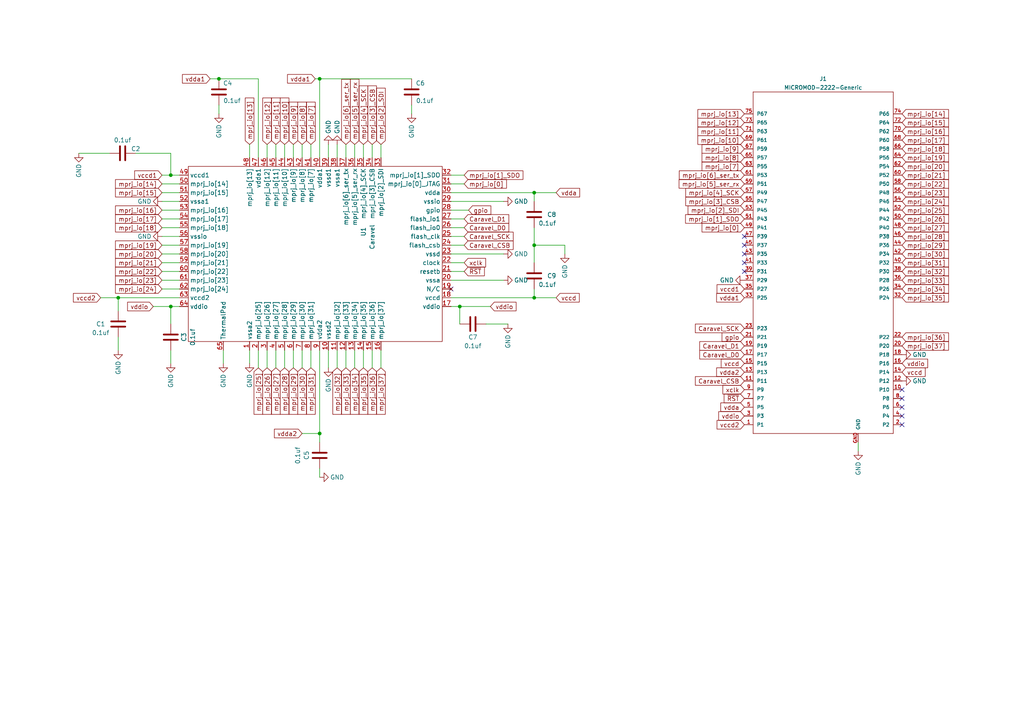
<source format=kicad_sch>
(kicad_sch (version 20231120) (generator "eeschema") (generator_version "8.0")
  (paper "A4")
  (lib_symbols
    (symbol "Caravel_board:Caravel"
      (property "Reference" "U" (at 0 0 0))
      (property "Value" "Caravel" (at 0 0 0))
      (symbol "Caravel_0_1"
        (rectangle (start -26.67 40.64) (end 24.13 -33.02))
      )
      (symbol "Caravel_1_1"
        (pin power_in line (at -29.21 22.86 0) (length 2.54) (name "vssa2") (number "1"))
        (pin power_in line (at -29.21 0 0) (length 2.54) (name "vssd2") (number "10"))
        (pin bidirectional line (at -29.21 -2.54 0) (length 2.54) (name "mprj_io[32]") (number "11"))
        (pin bidirectional line (at -29.21 -5.08 0) (length 2.54) (name "mprj_io[33]") (number "12"))
        (pin bidirectional line (at -29.21 -7.62 0) (length 2.54) (name "mprj_io[34]") (number "13"))
        (pin bidirectional line (at -29.21 -10.16 0) (length 2.54) (name "mprj_io[35]") (number "14"))
        (pin bidirectional line (at -29.21 -12.7 0) (length 2.54) (name "mprj_io[36]") (number "15"))
        (pin bidirectional line (at -29.21 -15.24 0) (length 2.54) (name "mprj_io[37]") (number "16"))
        (pin power_in line (at -16.51 -35.56 90) (length 2.54) (name "vddio") (number "17"))
        (pin power_in line (at -13.97 -35.56 90) (length 2.54) (name "vccd") (number "18"))
        (pin no_connect line (at -11.43 -35.56 90) (length 2.54) (name "N/C") (number "19"))
        (pin bidirectional line (at -29.21 20.32 0) (length 2.54) (name "mprj_io[25]") (number "2"))
        (pin power_in line (at -8.89 -35.56 90) (length 2.54) (name "vssa") (number "20"))
        (pin input line (at -6.35 -35.56 90) (length 2.54) (name "resetb") (number "21"))
        (pin input line (at -3.81 -35.56 90) (length 2.54) (name "clock") (number "22"))
        (pin power_in line (at -1.27 -35.56 90) (length 2.54) (name "vssd") (number "23"))
        (pin output line (at 1.27 -35.56 90) (length 2.54) (name "flash_csb") (number "24"))
        (pin output line (at 3.81 -35.56 90) (length 2.54) (name "flash_clk") (number "25"))
        (pin bidirectional line (at 6.35 -35.56 90) (length 2.54) (name "flash_io0") (number "26"))
        (pin bidirectional line (at 8.89 -35.56 90) (length 2.54) (name "flash_io1") (number "27"))
        (pin bidirectional line (at 11.43 -35.56 90) (length 2.54) (name "gpio") (number "28"))
        (pin power_in line (at 13.97 -35.56 90) (length 2.54) (name "vssio") (number "29"))
        (pin bidirectional line (at -29.21 17.78 0) (length 2.54) (name "mprj_io[26]") (number "3"))
        (pin power_in line (at 16.51 -35.56 90) (length 2.54) (name "vdda") (number "30"))
        (pin bidirectional line (at 19.05 -35.56 90) (length 2.54) (name "mprj_io[0]_JTAG") (number "31"))
        (pin bidirectional line (at 21.59 -35.56 90) (length 2.54) (name "mprj_io[1]_SDO") (number "32"))
        (pin bidirectional line (at 26.67 -15.24 180) (length 2.54) (name "mprj_io[2]_SDI") (number "33"))
        (pin bidirectional line (at 26.67 -12.7 180) (length 2.54) (name "mprj_io[3]_CSB") (number "34"))
        (pin bidirectional line (at 26.67 -10.16 180) (length 2.54) (name "mprj_io[4]_SCK") (number "35"))
        (pin bidirectional line (at 26.67 -7.62 180) (length 2.54) (name "mprj_io[5]_ser_rx") (number "36"))
        (pin bidirectional line (at 26.67 -5.08 180) (length 2.54) (name "mprj_io[6]_ser_tx") (number "37"))
        (pin power_in line (at 26.67 -2.54 180) (length 2.54) (name "vssa1") (number "38"))
        (pin power_in line (at 26.67 0 180) (length 2.54) (name "vssd1") (number "39"))
        (pin bidirectional line (at -29.21 15.24 0) (length 2.54) (name "mprj_io[27]") (number "4"))
        (pin power_in line (at 26.67 2.54 180) (length 2.54) (name "vdda1") (number "40"))
        (pin bidirectional line (at 26.67 5.08 180) (length 2.54) (name "mprj_io[7]") (number "41"))
        (pin bidirectional line (at 26.67 7.62 180) (length 2.54) (name "mprj_io[8]") (number "42"))
        (pin bidirectional line (at 26.67 10.16 180) (length 2.54) (name "mprj_io[9]") (number "43"))
        (pin bidirectional line (at 26.67 12.7 180) (length 2.54) (name "mprj_io[10]") (number "44"))
        (pin bidirectional line (at 26.67 15.24 180) (length 2.54) (name "mprj_io[11]") (number "45"))
        (pin bidirectional line (at 26.67 17.78 180) (length 2.54) (name "mprj_io[12]") (number "46"))
        (pin power_in line (at 26.67 20.32 180) (length 2.54) (name "vdda1") (number "47"))
        (pin bidirectional line (at 26.67 22.86 180) (length 2.54) (name "mprj_io[13]") (number "48"))
        (pin power_in line (at 21.59 43.18 270) (length 2.54) (name "vccd1") (number "49"))
        (pin bidirectional line (at -29.21 12.7 0) (length 2.54) (name "mprj_io[28]") (number "5"))
        (pin bidirectional line (at 19.05 43.18 270) (length 2.54) (name "mprj_io[14]") (number "50"))
        (pin bidirectional line (at 16.51 43.18 270) (length 2.54) (name "mprj_io[15]") (number "51"))
        (pin power_in line (at 13.97 43.18 270) (length 2.54) (name "vssa1") (number "52"))
        (pin bidirectional line (at 11.43 43.18 270) (length 2.54) (name "mprj_io[16]") (number "53"))
        (pin bidirectional line (at 8.89 43.18 270) (length 2.54) (name "mprj_io[17]") (number "54"))
        (pin bidirectional line (at 6.35 43.18 270) (length 2.54) (name "mprj_io[18]") (number "55"))
        (pin power_in line (at 3.81 43.18 270) (length 2.54) (name "vssio") (number "56"))
        (pin bidirectional line (at 1.27 43.18 270) (length 2.54) (name "mprj_io[19]") (number "57"))
        (pin bidirectional line (at -1.27 43.18 270) (length 2.54) (name "mprj_io[20]") (number "58"))
        (pin bidirectional line (at -3.81 43.18 270) (length 2.54) (name "mprj_io[21]") (number "59"))
        (pin bidirectional line (at -29.21 10.16 0) (length 2.54) (name "mprj_io[29]") (number "6"))
        (pin bidirectional line (at -6.35 43.18 270) (length 2.54) (name "mprj_io[22]") (number "60"))
        (pin bidirectional line (at -8.89 43.18 270) (length 2.54) (name "mprj_io[23]") (number "61"))
        (pin bidirectional line (at -11.43 43.18 270) (length 2.54) (name "mprj_io[24]") (number "62"))
        (pin power_in line (at -13.97 43.18 270) (length 2.54) (name "vccd2") (number "63"))
        (pin power_in line (at -16.51 43.18 270) (length 2.54) (name "vddio") (number "64"))
        (pin power_in line (at -29.21 30.48 0) (length 2.54) (name "ThermalPad") (number "65"))
        (pin bidirectional line (at -29.21 7.62 0) (length 2.54) (name "mprj_io[30]") (number "7"))
        (pin bidirectional line (at -29.21 5.08 0) (length 2.54) (name "mprj_io[31]") (number "8"))
        (pin power_in line (at -29.21 2.54 0) (length 2.54) (name "vdda2") (number "9"))
      )
    )
    (symbol "Device:C" (pin_numbers hide) (pin_names (offset 0.254))
      (property "Reference" "C" (at 0.635 2.54 0))
      (property "Value" "C" (at 0.635 -2.54 0))
      (symbol "C_0_1"
        (polyline (pts (xy -2.032 -0.762) (xy 2.032 -0.762)) (stroke (width 0.508)))
        (polyline (pts (xy -2.032 0.762) (xy 2.032 0.762)) (stroke (width 0.508)))
      )
      (symbol "C_1_1"
        (pin passive line (at 0 3.81 270) (length 2.794) (name "~") (number "1"))
        (pin passive line (at 0 -3.81 90) (length 2.794) (name "~") (number "2"))
      )
    )
    (symbol "MicroMod-Sparkfun:MICROMOD-2222-Generic" (pin_names (offset 1.016))
      (property "Reference" "J" (at -20.32 53.848 0))
      (property "Value" "MICROMOD-2222-Generic" (at -20.32 -48.26 0))
      (symbol "MICROMOD-2222-Generic_1_0"
        (polyline (pts (xy -20.32 -45.72) (xy -20.32 53.34)))
        (polyline (pts (xy -20.32 53.34) (xy 20.32 53.34)))
        (polyline (pts (xy 20.32 -45.72) (xy -20.32 -45.72)))
        (polyline (pts (xy 20.32 53.34) (xy 20.32 -45.72)))
      )
      (symbol "MICROMOD-2222-Generic_1_1"
        (pin bidirectional line (at -22.86 -43.18 0) (length 2.54) (name "P1") (number "1"))
        (pin bidirectional line (at 22.86 -33.02 180) (length 2.54) (name "P10") (number "10"))
        (pin bidirectional line (at -22.86 -30.48 0) (length 2.54) (name "P11") (number "11"))
        (pin bidirectional line (at 22.86 -30.48 180) (length 2.54) (name "P12") (number "12"))
        (pin bidirectional line (at -22.86 -27.94 0) (length 2.54) (name "P13") (number "13"))
        (pin bidirectional line (at 22.86 -27.94 180) (length 2.54) (name "P14") (number "14"))
        (pin bidirectional line (at -22.86 -25.4 0) (length 2.54) (name "P15") (number "15"))
        (pin bidirectional line (at 22.86 -25.4 180) (length 2.54) (name "P16") (number "16"))
        (pin bidirectional line (at -22.86 -22.86 0) (length 2.54) (name "P17") (number "17"))
        (pin bidirectional line (at 22.86 -22.86 180) (length 2.54) (name "P18") (number "18"))
        (pin bidirectional line (at -22.86 -20.32 0) (length 2.54) (name "P19") (number "19"))
        (pin bidirectional line (at 22.86 -43.18 180) (length 2.54) (name "P2") (number "2"))
        (pin bidirectional line (at 22.86 -20.32 180) (length 2.54) (name "P20") (number "20"))
        (pin bidirectional line (at -22.86 -17.78 0) (length 2.54) (name "P21") (number "21"))
        (pin bidirectional line (at 22.86 -17.78 180) (length 2.54) (name "P22") (number "22"))
        (pin bidirectional line (at -22.86 -15.24 0) (length 2.54) (name "P23") (number "23"))
        (pin bidirectional line (at -22.86 -40.64 0) (length 2.54) (name "P3") (number "3"))
        (pin bidirectional line (at 22.86 -6.35 180) (length 2.54) (name "P24") (number "32"))
        (pin bidirectional line (at -22.86 -6.35 0) (length 2.54) (name "P25") (number "33"))
        (pin bidirectional line (at 22.86 -3.81 180) (length 2.54) (name "P26") (number "34"))
        (pin bidirectional line (at -22.86 -3.81 0) (length 2.54) (name "P27") (number "35"))
        (pin bidirectional line (at 22.86 -1.27 180) (length 2.54) (name "P28") (number "36"))
        (pin bidirectional line (at -22.86 -1.27 0) (length 2.54) (name "P29") (number "37"))
        (pin bidirectional line (at 22.86 1.27 180) (length 2.54) (name "P30") (number "38"))
        (pin bidirectional line (at -22.86 1.27 0) (length 2.54) (name "P31") (number "39"))
        (pin bidirectional line (at 22.86 -40.64 180) (length 2.54) (name "P4") (number "4"))
        (pin bidirectional line (at 22.86 3.81 180) (length 2.54) (name "P32") (number "40"))
        (pin bidirectional line (at -22.86 3.81 0) (length 2.54) (name "P33") (number "41"))
        (pin bidirectional line (at 22.86 6.35 180) (length 2.54) (name "P34") (number "42"))
        (pin bidirectional line (at -22.86 6.35 0) (length 2.54) (name "P35") (number "43"))
        (pin bidirectional line (at 22.86 8.89 180) (length 2.54) (name "P36") (number "44"))
        (pin bidirectional line (at -22.86 8.89 0) (length 2.54) (name "P37") (number "45"))
        (pin bidirectional line (at 22.86 11.43 180) (length 2.54) (name "P38") (number "46"))
        (pin bidirectional line (at -22.86 11.43 0) (length 2.54) (name "P39") (number "47"))
        (pin bidirectional line (at 22.86 13.97 180) (length 2.54) (name "P40") (number "48"))
        (pin bidirectional line (at -22.86 13.97 0) (length 2.54) (name "P41") (number "49"))
        (pin bidirectional line (at -22.86 -38.1 0) (length 2.54) (name "P5") (number "5"))
        (pin bidirectional line (at 22.86 16.51 180) (length 2.54) (name "P42") (number "50"))
        (pin bidirectional line (at -22.86 16.51 0) (length 2.54) (name "P43") (number "51"))
        (pin bidirectional line (at 22.86 19.05 180) (length 2.54) (name "P44") (number "52"))
        (pin bidirectional line (at -22.86 19.05 0) (length 2.54) (name "P45") (number "53"))
        (pin bidirectional line (at 22.86 21.59 180) (length 2.54) (name "P46") (number "54"))
        (pin bidirectional line (at -22.86 21.59 0) (length 2.54) (name "P47") (number "55"))
        (pin bidirectional line (at 22.86 24.13 180) (length 2.54) (name "P48") (number "56"))
        (pin bidirectional line (at -22.86 24.13 0) (length 2.54) (name "P49") (number "57"))
        (pin bidirectional line (at 22.86 26.67 180) (length 2.54) (name "P50") (number "58"))
        (pin bidirectional line (at -22.86 26.67 0) (length 2.54) (name "P51") (number "59"))
        (pin bidirectional line (at 22.86 -38.1 180) (length 2.54) (name "P6") (number "6"))
        (pin bidirectional line (at 22.86 29.21 180) (length 2.54) (name "P52") (number "60"))
        (pin bidirectional line (at -22.86 29.21 0) (length 2.54) (name "P53") (number "61"))
        (pin bidirectional line (at 22.86 31.75 180) (length 2.54) (name "P54") (number "62"))
        (pin bidirectional line (at -22.86 31.75 0) (length 2.54) (name "P55") (number "63"))
        (pin bidirectional line (at 22.86 34.29 180) (length 2.54) (name "P56") (number "64"))
        (pin bidirectional line (at -22.86 34.29 0) (length 2.54) (name "P57") (number "65"))
        (pin bidirectional line (at 22.86 36.83 180) (length 2.54) (name "P58") (number "66"))
        (pin bidirectional line (at -22.86 36.83 0) (length 2.54) (name "P59") (number "67"))
        (pin bidirectional line (at 22.86 39.37 180) (length 2.54) (name "P60") (number "68"))
        (pin bidirectional line (at -22.86 39.37 0) (length 2.54) (name "P61") (number "69"))
        (pin bidirectional line (at -22.86 -35.56 0) (length 2.54) (name "P7") (number "7"))
        (pin bidirectional line (at 22.86 41.91 180) (length 2.54) (name "P62") (number "70"))
        (pin bidirectional line (at -22.86 41.91 0) (length 2.54) (name "P63") (number "71"))
        (pin bidirectional line (at 22.86 44.45 180) (length 2.54) (name "P64") (number "72"))
        (pin bidirectional line (at -22.86 44.45 0) (length 2.54) (name "P65") (number "73"))
        (pin bidirectional line (at 22.86 46.99 180) (length 2.54) (name "P66") (number "74"))
        (pin bidirectional line (at -22.86 46.99 0) (length 2.54) (name "P67") (number "75"))
        (pin bidirectional line (at 22.86 -35.56 180) (length 2.54) (name "P8") (number "8"))
        (pin bidirectional line (at -22.86 -33.02 0) (length 2.54) (name "P9") (number "9"))
        (pin bidirectional line (at 10.16 -48.26 90) (length 2.54) (name "GND") (number "GND"))
      )
    )
    (symbol "power:GND" (power) (pin_names (offset 0))
      (property "Value" "GND" (at 0 -3.81 0))
      (symbol "GND_0_1"
        (polyline (pts (xy 0 0) (xy 0 -1.27) (xy 1.27 -1.27) (xy 0 -2.54) (xy -1.27 -1.27) (xy 0 -1.27)))
      )
      (symbol "GND_1_1"
        (pin power_in line (at 0 0 270) (length 0) hide (name "GND") (number "1"))
      )
    )
  )
  (junction (at 154.94 86.36))
  (junction (at 63.5 22.86))
  (junction (at 49.53 50.8))
  (junction (at 154.94 55.88))
  (junction (at 34.29 86.36))
  (junction (at 133.35 88.9))
  (junction (at 92.71 125.73))
  (junction (at 154.94 71.12))
  (junction (at 92.71 22.86))
  (junction (at 49.53 88.9))
  (no_connect (at 215.9 78.74))
  (no_connect (at 215.9 76.2))
  (no_connect (at 215.9 68.58))
  (no_connect (at 261.62 113.03))
  (no_connect (at 261.62 120.65))
  (no_connect (at 215.9 71.12))
  (no_connect (at 215.9 73.66))
  (no_connect (at 130.81 83.82))
  (no_connect (at 261.62 115.57))
  (no_connect (at 261.62 118.11))
  (no_connect (at 261.62 123.19))
  (wire (pts (xy 119.38 33.02) (xy 119.38 30.48)))
  (wire (pts (xy 248.92 128.27) (xy 248.92 130.81)))
  (wire (pts (xy 34.29 86.36) (xy 34.29 90.17)))
  (wire (pts (xy 49.53 88.9) (xy 49.53 93.98)))
  (wire (pts (xy 52.07 73.66) (xy 46.99 73.66)))
  (wire (pts (xy 49.53 44.45) (xy 39.37 44.45)))
  (wire (pts (xy 97.79 106.68) (xy 97.79 101.6)))
  (wire (pts (xy 34.29 97.79) (xy 34.29 101.6)))
  (wire (pts (xy 34.29 86.36) (xy 52.07 86.36)))
  (wire (pts (xy 52.07 71.12) (xy 46.99 71.12)))
  (wire (pts (xy 134.62 68.58) (xy 130.81 68.58)))
  (wire (pts (xy 146.05 58.42) (xy 130.81 58.42)))
  (wire (pts (xy 134.62 53.34) (xy 130.81 53.34)))
  (wire (pts (xy 90.17 106.68) (xy 90.17 101.6)))
  (wire (pts (xy 92.71 101.6) (xy 92.71 125.73)))
  (wire (pts (xy 133.35 88.9) (xy 142.24 88.9)))
  (wire (pts (xy 134.62 78.74) (xy 130.81 78.74)))
  (wire (pts (xy 100.33 41.91) (xy 100.33 45.72)))
  (wire (pts (xy 87.63 106.68) (xy 87.63 101.6)))
  (wire (pts (xy 49.53 50.8) (xy 52.07 50.8)))
  (wire (pts (xy 22.86 44.45) (xy 31.75 44.45)))
  (wire (pts (xy 82.55 106.68) (xy 82.55 101.6)))
  (wire (pts (xy 49.53 50.8) (xy 49.53 44.45)))
  (wire (pts (xy 107.95 41.91) (xy 107.95 45.72)))
  (wire (pts (xy 161.29 55.88) (xy 154.94 55.88)))
  (wire (pts (xy 92.71 22.86) (xy 92.71 45.72)))
  (wire (pts (xy 92.71 125.73) (xy 87.63 125.73)))
  (wire (pts (xy 146.05 81.28) (xy 130.81 81.28)))
  (wire (pts (xy 97.79 41.91) (xy 97.79 45.72)))
  (wire (pts (xy 46.99 55.88) (xy 52.07 55.88)))
  (wire (pts (xy 133.35 88.9) (xy 133.35 93.98)))
  (wire (pts (xy 134.62 50.8) (xy 130.81 50.8)))
  (wire (pts (xy 146.05 73.66) (xy 130.81 73.66)))
  (wire (pts (xy 52.07 81.28) (xy 46.99 81.28)))
  (wire (pts (xy 134.62 71.12) (xy 130.81 71.12)))
  (wire (pts (xy 85.09 41.91) (xy 85.09 45.72)))
  (wire (pts (xy 95.25 101.6) (xy 95.25 106.68)))
  (wire (pts (xy 46.99 68.58) (xy 52.07 68.58)))
  (wire (pts (xy 95.25 45.72) (xy 95.25 41.91)))
  (wire (pts (xy 110.49 45.72) (xy 110.49 41.91)))
  (wire (pts (xy 161.29 86.36) (xy 154.94 86.36)))
  (wire (pts (xy 74.93 22.86) (xy 63.5 22.86)))
  (wire (pts (xy 163.83 71.12) (xy 163.83 73.66)))
  (wire (pts (xy 49.53 88.9) (xy 52.07 88.9)))
  (wire (pts (xy 64.77 101.6) (xy 64.77 105.41)))
  (wire (pts (xy 52.07 83.82) (xy 46.99 83.82)))
  (wire (pts (xy 154.94 83.82) (xy 154.94 86.36)))
  (wire (pts (xy 130.81 55.88) (xy 154.94 55.88)))
  (wire (pts (xy 154.94 71.12) (xy 154.94 76.2)))
  (wire (pts (xy 92.71 128.27) (xy 92.71 125.73)))
  (wire (pts (xy 82.55 41.91) (xy 82.55 45.72)))
  (wire (pts (xy 52.07 78.74) (xy 46.99 78.74)))
  (wire (pts (xy 52.07 53.34) (xy 46.99 53.34)))
  (wire (pts (xy 92.71 22.86) (xy 91.44 22.86)))
  (wire (pts (xy 49.53 101.6) (xy 49.53 105.41)))
  (wire (pts (xy 72.39 41.91) (xy 72.39 45.72)))
  (wire (pts (xy 80.01 106.68) (xy 80.01 101.6)))
  (wire (pts (xy 92.71 22.86) (xy 119.38 22.86)))
  (wire (pts (xy 52.07 76.2) (xy 46.99 76.2)))
  (wire (pts (xy 147.32 93.98) (xy 140.97 93.98)))
  (wire (pts (xy 52.07 66.04) (xy 46.99 66.04)))
  (wire (pts (xy 34.29 86.36) (xy 29.21 86.36)))
  (wire (pts (xy 107.95 106.68) (xy 107.95 101.6)))
  (wire (pts (xy 74.93 106.68) (xy 74.93 101.6)))
  (wire (pts (xy 105.41 106.68) (xy 105.41 101.6)))
  (wire (pts (xy 92.71 135.89) (xy 92.71 138.43)))
  (wire (pts (xy 46.99 50.8) (xy 49.53 50.8)))
  (wire (pts (xy 85.09 106.68) (xy 85.09 101.6)))
  (wire (pts (xy 72.39 101.6) (xy 72.39 105.41)))
  (wire (pts (xy 87.63 41.91) (xy 87.63 45.72)))
  (wire (pts (xy 133.35 88.9) (xy 130.81 88.9)))
  (wire (pts (xy 105.41 41.91) (xy 105.41 45.72)))
  (wire (pts (xy 102.87 106.68) (xy 102.87 101.6)))
  (wire (pts (xy 134.62 66.04) (xy 130.81 66.04)))
  (wire (pts (xy 90.17 41.91) (xy 90.17 45.72)))
  (wire (pts (xy 52.07 63.5) (xy 46.99 63.5)))
  (wire (pts (xy 63.5 33.02) (xy 63.5 30.48)))
  (wire (pts (xy 110.49 106.68) (xy 110.49 101.6)))
  (wire (pts (xy 63.5 22.86) (xy 60.96 22.86)))
  (wire (pts (xy 80.01 41.91) (xy 80.01 45.72)))
  (wire (pts (xy 134.62 63.5) (xy 130.81 63.5)))
  (wire (pts (xy 44.45 88.9) (xy 49.53 88.9)))
  (wire (pts (xy 77.47 41.91) (xy 77.47 45.72)))
  (wire (pts (xy 154.94 71.12) (xy 163.83 71.12)))
  (wire (pts (xy 154.94 66.04) (xy 154.94 71.12)))
  (wire (pts (xy 46.99 58.42) (xy 52.07 58.42)))
  (wire (pts (xy 154.94 86.36) (xy 130.81 86.36)))
  (wire (pts (xy 135.89 60.96) (xy 130.81 60.96)))
  (wire (pts (xy 52.07 60.96) (xy 46.99 60.96)))
  (wire (pts (xy 77.47 106.68) (xy 77.47 101.6)))
  (wire (pts (xy 100.33 106.68) (xy 100.33 101.6)))
  (wire (pts (xy 74.93 45.72) (xy 74.93 22.86)))
  (wire (pts (xy 102.87 41.91) (xy 102.87 45.72)))
  (wire (pts (xy 154.94 55.88) (xy 154.94 58.42)))
  (wire (pts (xy 134.62 76.2) (xy 130.81 76.2)))
  (global_label "mprj_io[25]" (shape input) (at 74.93 106.68 270) (property "Intersheetrefs" "${INTERSHEET_REFS}" (effects (hide yes))))
  (global_label "mprj_io[16]" (shape input) (at 46.99 60.96 180) (property "Intersheetrefs" "${INTERSHEET_REFS}" (effects (hide yes))))
  (global_label "vdda1" (shape input) (at 215.9 86.36 180) (property "Intersheetrefs" "${INTERSHEET_REFS}" (effects (hide yes))))
  (global_label "mprj_io[11]" (shape input) (at 80.01 41.91 90) (property "Intersheetrefs" "${INTERSHEET_REFS}" (effects (hide yes))))
  (global_label "mprj_io[9]" (shape input) (at 215.9 43.18 180) (property "Intersheetrefs" "${INTERSHEET_REFS}" (effects (hide yes))))
  (global_label "~{RST}" (shape input) (at 134.62 78.74 0) (property "Intersheetrefs" "${INTERSHEET_REFS}" (effects (hide yes))))
  (global_label "mprj_io[31]" (shape input) (at 90.17 106.68 270) (property "Intersheetrefs" "${INTERSHEET_REFS}" (effects (hide yes))))
  (global_label "vccd" (shape input) (at 215.9 105.41 180) (property "Intersheetrefs" "${INTERSHEET_REFS}" (effects (hide yes))))
  (global_label "vdda2" (shape input) (at 215.9 107.95 180) (property "Intersheetrefs" "${INTERSHEET_REFS}" (effects (hide yes))))
  (global_label "Caravel_D1" (shape input) (at 215.9 100.33 180) (property "Intersheetrefs" "${INTERSHEET_REFS}" (effects (hide yes))))
  (global_label "mprj_io[26]" (shape input) (at 77.47 106.68 270) (property "Intersheetrefs" "${INTERSHEET_REFS}" (effects (hide yes))))
  (global_label "xclk" (shape input) (at 134.62 76.2 0) (property "Intersheetrefs" "${INTERSHEET_REFS}" (effects (hide yes))))
  (global_label "mprj_io[23]" (shape input) (at 46.99 81.28 180) (property "Intersheetrefs" "${INTERSHEET_REFS}" (effects (hide yes))))
  (global_label "mprj_io[34]" (shape input) (at 102.87 106.68 270) (property "Intersheetrefs" "${INTERSHEET_REFS}" (effects (hide yes))))
  (global_label "mprj_io[36]" (shape input) (at 261.62 97.79 0) (property "Intersheetrefs" "${INTERSHEET_REFS}" (effects (hide yes))))
  (global_label "mprj_io[29]" (shape input) (at 261.62 71.12 0) (property "Intersheetrefs" "${INTERSHEET_REFS}" (effects (hide yes))))
  (global_label "mprj_io[18]" (shape input) (at 46.99 66.04 180) (property "Intersheetrefs" "${INTERSHEET_REFS}" (effects (hide yes))))
  (global_label "mprj_io[2]_SDI" (shape input) (at 215.9 60.96 180) (property "Intersheetrefs" "${INTERSHEET_REFS}" (effects (hide yes))))
  (global_label "mprj_io[13]" (shape input) (at 72.39 41.91 90) (property "Intersheetrefs" "${INTERSHEET_REFS}" (effects (hide yes))))
  (global_label "mprj_io[1]_SDO" (shape input) (at 215.9 63.5 180) (property "Intersheetrefs" "${INTERSHEET_REFS}" (effects (hide yes))))
  (global_label "mprj_io[20]" (shape input) (at 261.62 48.26 0) (property "Intersheetrefs" "${INTERSHEET_REFS}" (effects (hide yes))))
  (global_label "mprj_io[3]_CSB" (shape input) (at 107.95 41.91 90) (property "Intersheetrefs" "${INTERSHEET_REFS}" (effects (hide yes))))
  (global_label "mprj_io[23]" (shape input) (at 261.62 55.88 0) (property "Intersheetrefs" "${INTERSHEET_REFS}" (effects (hide yes))))
  (global_label "vddio" (shape input) (at 142.24 88.9 0) (property "Intersheetrefs" "${INTERSHEET_REFS}" (effects (hide yes))))
  (global_label "mprj_io[4]_SCK" (shape input) (at 105.41 41.91 90) (property "Intersheetrefs" "${INTERSHEET_REFS}" (effects (hide yes))))
  (global_label "mprj_io[26]" (shape input) (at 261.62 63.5 0) (property "Intersheetrefs" "${INTERSHEET_REFS}" (effects (hide yes))))
  (global_label "mprj_io[14]" (shape input) (at 46.99 53.34 180) (property "Intersheetrefs" "${INTERSHEET_REFS}" (effects (hide yes))))
  (global_label "mprj_io[15]" (shape input) (at 46.99 55.88 180) (property "Intersheetrefs" "${INTERSHEET_REFS}" (effects (hide yes))))
  (global_label "mprj_io[7]" (shape input) (at 90.17 41.91 90) (property "Intersheetrefs" "${INTERSHEET_REFS}" (effects (hide yes))))
  (global_label "Caravel_D0" (shape input) (at 215.9 102.87 180) (property "Intersheetrefs" "${INTERSHEET_REFS}" (effects (hide yes))))
  (global_label "mprj_io[35]" (shape input) (at 261.62 86.36 0) (property "Intersheetrefs" "${INTERSHEET_REFS}" (effects (hide yes))))
  (global_label "xclk" (shape input) (at 215.9 113.03 180) (property "Intersheetrefs" "${INTERSHEET_REFS}" (effects (hide yes))))
  (global_label "~{RST}" (shape input) (at 215.9 115.57 180) (property "Intersheetrefs" "${INTERSHEET_REFS}" (effects (hide yes))))
  (global_label "Caravel_D1" (shape input) (at 134.62 63.5 0) (property "Intersheetrefs" "${INTERSHEET_REFS}" (effects (hide yes))))
  (global_label "mprj_io[32]" (shape input) (at 261.62 78.74 0) (property "Intersheetrefs" "${INTERSHEET_REFS}" (effects (hide yes))))
  (global_label "gpio" (shape input) (at 215.9 97.79 180) (property "Intersheetrefs" "${INTERSHEET_REFS}" (effects (hide yes))))
  (global_label "vccd1" (shape input) (at 215.9 83.82 180) (property "Intersheetrefs" "${INTERSHEET_REFS}" (effects (hide yes))))
  (global_label "mprj_io[1]_SDO" (shape input) (at 134.62 50.8 0) (property "Intersheetrefs" "${INTERSHEET_REFS}" (effects (hide yes))))
  (global_label "mprj_io[29]" (shape input) (at 85.09 106.68 270) (property "Intersheetrefs" "${INTERSHEET_REFS}" (effects (hide yes))))
  (global_label "mprj_io[35]" (shape input) (at 105.41 106.68 270) (property "Intersheetrefs" "${INTERSHEET_REFS}" (effects (hide yes))))
  (global_label "mprj_io[8]" (shape input) (at 87.63 41.91 90) (property "Intersheetrefs" "${INTERSHEET_REFS}" (effects (hide yes))))
  (global_label "mprj_io[37]" (shape input) (at 110.49 106.68 270) (property "Intersheetrefs" "${INTERSHEET_REFS}" (effects (hide yes))))
  (global_label "mprj_io[28]" (shape input) (at 82.55 106.68 270) (property "Intersheetrefs" "${INTERSHEET_REFS}" (effects (hide yes))))
  (global_label "mprj_io[21]" (shape input) (at 261.62 50.8 0) (property "Intersheetrefs" "${INTERSHEET_REFS}" (effects (hide yes))))
  (global_label "mprj_io[4]_SCK" (shape input) (at 215.9 55.88 180) (property "Intersheetrefs" "${INTERSHEET_REFS}" (effects (hide yes))))
  (global_label "mprj_io[30]" (shape input) (at 87.63 106.68 270) (property "Intersheetrefs" "${INTERSHEET_REFS}" (effects (hide yes))))
  (global_label "mprj_io[28]" (shape input) (at 261.62 68.58 0) (property "Intersheetrefs" "${INTERSHEET_REFS}" (effects (hide yes))))
  (global_label "mprj_io[31]" (shape input) (at 261.62 76.2 0) (property "Intersheetrefs" "${INTERSHEET_REFS}" (effects (hide yes))))
  (global_label "vddio" (shape input) (at 261.62 105.41 0) (property "Intersheetrefs" "${INTERSHEET_REFS}" (effects (hide yes))))
  (global_label "mprj_io[24]" (shape input) (at 261.62 58.42 0) (property "Intersheetrefs" "${INTERSHEET_REFS}" (effects (hide yes))))
  (global_label "mprj_io[5]_ser_rx" (shape input) (at 215.9 53.34 180) (property "Intersheetrefs" "${INTERSHEET_REFS}" (effects (hide yes))))
  (global_label "vdda" (shape input) (at 161.29 55.88 0) (property "Intersheetrefs" "${INTERSHEET_REFS}" (effects (hide yes))))
  (global_label "mprj_io[10]" (shape input) (at 82.55 41.91 90) (property "Intersheetrefs" "${INTERSHEET_REFS}" (effects (hide yes))))
  (global_label "vdda1" (shape input) (at 91.44 22.86 180) (property "Intersheetrefs" "${INTERSHEET_REFS}" (effects (hide yes))))
  (global_label "vdda2" (shape input) (at 87.63 125.73 180) (property "Intersheetrefs" "${INTERSHEET_REFS}" (effects (hide yes))))
  (global_label "mprj_io[25]" (shape input) (at 261.62 60.96 0) (property "Intersheetrefs" "${INTERSHEET_REFS}" (effects (hide yes))))
  (global_label "Caravel_CSB" (shape input) (at 215.9 110.49 180) (property "Intersheetrefs" "${INTERSHEET_REFS}" (effects (hide yes))))
  (global_label "Caravel_D0" (shape input) (at 134.62 66.04 0) (property "Intersheetrefs" "${INTERSHEET_REFS}" (effects (hide yes))))
  (global_label "vccd2" (shape input) (at 215.9 123.19 180) (property "Intersheetrefs" "${INTERSHEET_REFS}" (effects (hide yes))))
  (global_label "Caravel_SCK" (shape input) (at 134.62 68.58 0) (property "Intersheetrefs" "${INTERSHEET_REFS}" (effects (hide yes))))
  (global_label "mprj_io[5]_ser_rx" (shape input) (at 102.87 41.91 90) (property "Intersheetrefs" "${INTERSHEET_REFS}" (effects (hide yes))))
  (global_label "mprj_io[21]" (shape input) (at 46.99 76.2 180) (property "Intersheetrefs" "${INTERSHEET_REFS}" (effects (hide yes))))
  (global_label "mprj_io[8]" (shape input) (at 215.9 45.72 180) (property "Intersheetrefs" "${INTERSHEET_REFS}" (effects (hide yes))))
  (global_label "mprj_io[3]_CSB" (shape input) (at 215.9 58.42 180) (property "Intersheetrefs" "${INTERSHEET_REFS}" (effects (hide yes))))
  (global_label "mprj_io[30]" (shape input) (at 261.62 73.66 0) (property "Intersheetrefs" "${INTERSHEET_REFS}" (effects (hide yes))))
  (global_label "mprj_io[34]" (shape input) (at 261.62 83.82 0) (property "Intersheetrefs" "${INTERSHEET_REFS}" (effects (hide yes))))
  (global_label "mprj_io[12]" (shape input) (at 215.9 35.56 180) (property "Intersheetrefs" "${INTERSHEET_REFS}" (effects (hide yes))))
  (global_label "mprj_io[7]" (shape input) (at 215.9 48.26 180) (property "Intersheetrefs" "${INTERSHEET_REFS}" (effects (hide yes))))
  (global_label "vddio" (shape input) (at 215.9 120.65 180) (property "Intersheetrefs" "${INTERSHEET_REFS}" (effects (hide yes))))
  (global_label "mprj_io[0]" (shape input) (at 215.9 66.04 180) (property "Intersheetrefs" "${INTERSHEET_REFS}" (effects (hide yes))))
  (global_label "vdda" (shape input) (at 215.9 118.11 180) (property "Intersheetrefs" "${INTERSHEET_REFS}" (effects (hide yes))))
  (global_label "vccd2" (shape input) (at 29.21 86.36 180) (property "Intersheetrefs" "${INTERSHEET_REFS}" (effects (hide yes))))
  (global_label "mprj_io[22]" (shape input) (at 46.99 78.74 180) (property "Intersheetrefs" "${INTERSHEET_REFS}" (effects (hide yes))))
  (global_label "vccd1" (shape input) (at 46.99 50.8 180) (property "Intersheetrefs" "${INTERSHEET_REFS}" (effects (hide yes))))
  (global_label "mprj_io[17]" (shape input) (at 261.62 40.64 0) (property "Intersheetrefs" "${INTERSHEET_REFS}" (effects (hide yes))))
  (global_label "mprj_io[13]" (shape input) (at 215.9 33.02 180) (property "Intersheetrefs" "${INTERSHEET_REFS}" (effects (hide yes))))
  (global_label "mprj_io[2]_SDI" (shape input) (at 110.49 41.91 90) (property "Intersheetrefs" "${INTERSHEET_REFS}" (effects (hide yes))))
  (global_label "mprj_io[17]" (shape input) (at 46.99 63.5 180) (property "Intersheetrefs" "${INTERSHEET_REFS}" (effects (hide yes))))
  (global_label "Caravel_SCK" (shape input) (at 215.9 95.25 180) (property "Intersheetrefs" "${INTERSHEET_REFS}" (effects (hide yes))))
  (global_label "mprj_io[6]_ser_tx" (shape input) (at 215.9 50.8 180) (property "Intersheetrefs" "${INTERSHEET_REFS}" (effects (hide yes))))
  (global_label "mprj_io[14]" (shape input) (at 261.62 33.02 0) (property "Intersheetrefs" "${INTERSHEET_REFS}" (effects (hide yes))))
  (global_label "vccd" (shape input) (at 261.62 107.95 0) (property "Intersheetrefs" "${INTERSHEET_REFS}" (effects (hide yes))))
  (global_label "mprj_io[19]" (shape input) (at 261.62 45.72 0) (property "Intersheetrefs" "${INTERSHEET_REFS}" (effects (hide yes))))
  (global_label "mprj_io[27]" (shape input) (at 261.62 66.04 0) (property "Intersheetrefs" "${INTERSHEET_REFS}" (effects (hide yes))))
  (global_label "mprj_io[10]" (shape input) (at 215.9 40.64 180) (property "Intersheetrefs" "${INTERSHEET_REFS}" (effects (hide yes))))
  (global_label "mprj_io[19]" (shape input) (at 46.99 71.12 180) (property "Intersheetrefs" "${INTERSHEET_REFS}" (effects (hide yes))))
  (global_label "mprj_io[11]" (shape input) (at 215.9 38.1 180) (property "Intersheetrefs" "${INTERSHEET_REFS}" (effects (hide yes))))
  (global_label "mprj_io[9]" (shape input) (at 85.09 41.91 90) (property "Intersheetrefs" "${INTERSHEET_REFS}" (effects (hide yes))))
  (global_label "mprj_io[20]" (shape input) (at 46.99 73.66 180) (property "Intersheetrefs" "${INTERSHEET_REFS}" (effects (hide yes))))
  (global_label "gpio" (shape input) (at 135.89 60.96 0) (property "Intersheetrefs" "${INTERSHEET_REFS}" (effects (hide yes))))
  (global_label "vddio" (shape input) (at 44.45 88.9 180) (property "Intersheetrefs" "${INTERSHEET_REFS}" (effects (hide yes))))
  (global_label "mprj_io[27]" (shape input) (at 80.01 106.68 270) (property "Intersheetrefs" "${INTERSHEET_REFS}" (effects (hide yes))))
  (global_label "mprj_io[37]" (shape input) (at 261.62 100.33 0) (property "Intersheetrefs" "${INTERSHEET_REFS}" (effects (hide yes))))
  (global_label "mprj_io[12]" (shape input) (at 77.47 41.91 90) (property "Intersheetrefs" "${INTERSHEET_REFS}" (effects (hide yes))))
  (global_label "mprj_io[6]_ser_tx" (shape input) (at 100.33 41.91 90) (property "Intersheetrefs" "${INTERSHEET_REFS}" (effects (hide yes))))
  (global_label "mprj_io[32]" (shape input) (at 97.79 106.68 270) (property "Intersheetrefs" "${INTERSHEET_REFS}" (effects (hide yes))))
  (global_label "mprj_io[36]" (shape input) (at 107.95 106.68 270) (property "Intersheetrefs" "${INTERSHEET_REFS}" (effects (hide yes))))
  (global_label "mprj_io[0]" (shape input) (at 134.62 53.34 0) (property "Intersheetrefs" "${INTERSHEET_REFS}" (effects (hide yes))))
  (global_label "vdda1" (shape input) (at 60.96 22.86 180) (property "Intersheetrefs" "${INTERSHEET_REFS}" (effects (hide yes))))
  (global_label "mprj_io[18]" (shape input) (at 261.62 43.18 0) (property "Intersheetrefs" "${INTERSHEET_REFS}" (effects (hide yes))))
  (global_label "mprj_io[16]" (shape input) (at 261.62 38.1 0) (property "Intersheetrefs" "${INTERSHEET_REFS}" (effects (hide yes))))
  (global_label "mprj_io[24]" (shape input) (at 46.99 83.82 180) (property "Intersheetrefs" "${INTERSHEET_REFS}" (effects (hide yes))))
  (global_label "mprj_io[22]" (shape input) (at 261.62 53.34 0) (property "Intersheetrefs" "${INTERSHEET_REFS}" (effects (hide yes))))
  (global_label "Caravel_CSB" (shape input) (at 134.62 71.12 0) (property "Intersheetrefs" "${INTERSHEET_REFS}" (effects (hide yes))))
  (global_label "mprj_io[33]" (shape input) (at 261.62 81.28 0) (property "Intersheetrefs" "${INTERSHEET_REFS}" (effects (hide yes))))
  (global_label "mprj_io[33]" (shape input) (at 100.33 106.68 270) (property "Intersheetrefs" "${INTERSHEET_REFS}" (effects (hide yes))))
  (global_label "mprj_io[15]" (shape input) (at 261.62 35.56 0) (property "Intersheetrefs" "${INTERSHEET_REFS}" (effects (hide yes))))
  (global_label "vccd" (shape input) (at 161.29 86.36 0) (property "Intersheetrefs" "${INTERSHEET_REFS}" (effects (hide yes))))
  (symbol (lib_id "power:GND") (at 97.79 41.91 180) (unit 1)
    (property "Reference" "#PWR012" (effects (hide yes)))
    (property "Value" "GND" (at 97.79 36.83 90))
  )
  (symbol (lib_id "power:GND") (at 95.25 106.68 0) (unit 1)
    (property "Reference" "#PWR011" (effects (hide yes)))
    (property "Value" "GND" (at 95.25 111.76 90))
  )
  (symbol (lib_id "Device:C") (at 154.94 80.01 0) (unit 1)
    (property "Reference" "C9" (at 160.02 80.01 0))
    (property "Value" "0.1uf" (at 158.75 82.55 0))
    (property "Footprint" "Capacitor_SMD:C_0402_1005Metric" (effects (hide yes)))
  )
  (symbol (lib_id "power:GND") (at 34.29 101.6 0) (unit 1)
    (property "Reference" "#PWR02" (effects (hide yes)))
    (property "Value" "GND" (at 34.29 106.68 90))
  )
  (symbol (lib_id "Caravel_board:Caravel") (at 95.25 72.39 90) (unit 1)
    (property "Reference" "U1" (at 105.41 68.58 0) (effects (justify left)))
    (property "Value" "Caravel" (at 107.95 72.39 0) (effects (justify left)))
    (property "Footprint" "User:Socket-QFN-64-1EP_9x9mm_P0.5mm" (effects (hide yes)))
  )
  (symbol (lib_id "power:GND") (at 92.71 138.43 90) (unit 1)
    (property "Reference" "#PWR09" (effects (hide yes)))
    (property "Value" "GND" (at 97.79 138.43 90))
  )
  (symbol (lib_id "Device:C") (at 49.53 97.79 0) (mirror x) (unit 1)
    (property "Reference" "C3" (at 53.34 97.79 90))
    (property "Value" "0.1uf" (at 55.88 97.79 90))
    (property "Footprint" "Capacitor_SMD:C_0402_1005Metric" (effects (hide yes)))
  )
  (symbol (lib_id "power:GND") (at 248.92 130.81 0) (unit 1)
    (property "Reference" "#PWR020" (effects (hide yes)))
    (property "Value" "GND" (at 248.92 135.89 90))
  )
  (symbol (lib_id "power:GND") (at 22.86 44.45 0) (unit 1)
    (property "Reference" "#PWR01" (effects (hide yes)))
    (property "Value" "GND" (at 22.86 49.53 90))
  )
  (symbol (lib_id "power:GND") (at 49.53 105.41 0) (unit 1)
    (property "Reference" "#PWR05" (effects (hide yes)))
    (property "Value" "GND" (at 49.53 110.49 90))
  )
  (symbol (lib_id "power:GND") (at 146.05 81.28 90) (unit 1)
    (property "Reference" "#PWR016" (effects (hide yes)))
    (property "Value" "GND" (at 151.13 81.28 90))
  )
  (symbol (lib_id "power:GND") (at 163.83 73.66 0) (unit 1)
    (property "Reference" "#PWR018" (effects (hide yes)))
    (property "Value" "GND" (at 163.83 78.74 90))
  )
  (symbol (lib_id "Device:C") (at 34.29 93.98 180) (unit 1)
    (property "Reference" "C1" (at 29.21 93.98 0))
    (property "Value" "0.1uf" (at 29.21 96.52 0))
    (property "Footprint" "Capacitor_SMD:C_0402_1005Metric" (effects (hide yes)))
  )
  (symbol (lib_id "power:GND") (at 215.9 81.28 270) (unit 1)
    (property "Reference" "#PWR019" (effects (hide yes)))
    (property "Value" "GND" (at 210.82 81.28 90))
  )
  (symbol (lib_id "Device:C") (at 92.71 132.08 180) (unit 1)
    (property "Reference" "C5" (at 88.9 132.08 90))
    (property "Value" "0.1uf" (at 86.36 132.08 90))
    (property "Footprint" "Capacitor_SMD:C_0402_1005Metric" (effects (hide yes)))
  )
  (symbol (lib_id "Device:C") (at 119.38 26.67 0) (unit 1)
    (property "Reference" "C6" (at 121.92 24.13 0))
    (property "Value" "0.1uf" (at 123.19 29.21 0))
    (property "Footprint" "Capacitor_SMD:C_0402_1005Metric" (effects (hide yes)))
  )
  (symbol (lib_id "Device:C") (at 63.5 26.67 0) (unit 1)
    (property "Reference" "C4" (at 66.04 24.13 0))
    (property "Value" "0.1uf" (at 67.31 29.21 0))
    (property "Footprint" "Capacitor_SMD:C_0402_1005Metric" (effects (hide yes)))
  )
  (symbol (lib_id "power:GND") (at 147.32 93.98 0) (unit 1)
    (property "Reference" "#PWR017" (effects (hide yes)))
    (property "Value" "GND" (at 147.32 99.06 90))
  )
  (symbol (lib_id "power:GND") (at 46.99 68.58 270) (unit 1)
    (property "Reference" "#PWR04" (effects (hide yes)))
    (property "Value" "GND" (at 41.91 68.58 90))
  )
  (symbol (lib_id "power:GND") (at 72.39 105.41 0) (unit 1)
    (property "Reference" "#PWR08" (effects (hide yes)))
    (property "Value" "GND" (at 72.39 110.49 90))
  )
  (symbol (lib_id "power:GND") (at 63.5 33.02 0) (unit 1)
    (property "Reference" "#PWR06" (effects (hide yes)))
    (property "Value" "GND" (at 63.5 38.1 90))
  )
  (symbol (lib_id "power:GND") (at 64.77 105.41 0) (unit 1)
    (property "Reference" "#PWR07" (effects (hide yes)))
    (property "Value" "GND" (at 64.77 110.49 90))
  )
  (symbol (lib_id "power:GND") (at 46.99 58.42 270) (unit 1)
    (property "Reference" "#PWR03" (effects (hide yes)))
    (property "Value" "GND" (at 41.91 58.42 90))
  )
  (symbol (lib_id "Device:C") (at 137.16 93.98 270) (unit 1)
    (property "Reference" "C7" (at 137.16 97.79 90))
    (property "Value" "0.1uf" (at 137.16 100.33 90))
    (property "Footprint" "Capacitor_SMD:C_0402_1005Metric" (effects (hide yes)))
  )
  (symbol (lib_id "power:GND") (at 261.62 110.49 90) (unit 1)
    (property "Reference" "#PWR022" (effects (hide yes)))
    (property "Value" "GND" (at 266.7 110.49 90))
  )
  (symbol (lib_id "power:GND") (at 146.05 73.66 90) (unit 1)
    (property "Reference" "#PWR015" (effects (hide yes)))
    (property "Value" "GND" (at 151.13 73.66 90))
  )
  (symbol (lib_id "power:GND") (at 119.38 33.02 0) (unit 1)
    (property "Reference" "#PWR013" (effects (hide yes)))
    (property "Value" "GND" (at 119.38 38.1 90))
  )
  (symbol (lib_id "Device:C") (at 154.94 62.23 0) (unit 1)
    (property "Reference" "C8" (at 160.02 62.23 0))
    (property "Value" "0.1uf" (at 158.75 64.77 0))
    (property "Footprint" "Capacitor_SMD:C_0402_1005Metric" (effects (hide yes)))
  )
  (symbol (lib_id "Device:C") (at 35.56 44.45 90) (unit 1)
    (property "Reference" "C2" (at 39.37 43.18 90))
    (property "Value" "0.1uf" (at 35.56 40.64 90))
    (property "Footprint" "Capacitor_SMD:C_0402_1005Metric" (effects (hide yes)))
  )
  (symbol (lib_id "MicroMod-Sparkfun:MICROMOD-2222-Generic") (at 238.76 80.01 0) (unit 1)
    (property "Reference" "J1" (at 238.76 22.86 0) (effects (font (size 1.143 1.143))))
    (property "Value" "MICROMOD-2222-Generic" (at 238.76 25.4 0) (effects (font (size 1.143 1.143))))
    (property "Footprint" "User:m2e-card-large" (effects (hide yes)))
  )
  (symbol (lib_id "power:GND") (at 146.05 58.42 90) (unit 1)
    (property "Reference" "#PWR014" (effects (hide yes)))
    (property "Value" "GND" (at 151.13 58.42 90))
  )
  (symbol (lib_id "power:GND") (at 261.62 102.87 90) (unit 1)
    (property "Reference" "#PWR021" (effects (hide yes)))
    (property "Value" "GND" (at 266.7 102.87 90))
  )
  (symbol (lib_id "power:GND") (at 95.25 41.91 180) (unit 1)
    (property "Reference" "#PWR010" (effects (hide yes)))
    (property "Value" "GND" (at 95.25 36.83 90))
  )
)
</source>
